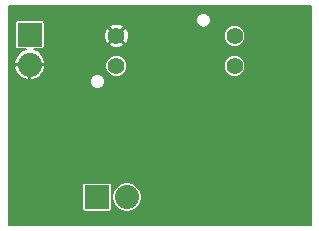
<source format=gbr>
G04 #@! TF.FileFunction,Copper,L2,Bot,Signal*
%FSLAX46Y46*%
G04 Gerber Fmt 4.6, Leading zero omitted, Abs format (unit mm)*
G04 Created by KiCad (PCBNEW 0.201506122246+5743~23~ubuntu14.10.1-product) date Sun 14 Jun 2015 08:35:05 PM EDT*
%MOMM*%
G01*
G04 APERTURE LIST*
%ADD10C,0.100000*%
%ADD11R,2.032000X2.032000*%
%ADD12O,2.032000X2.032000*%
%ADD13C,1.400000*%
%ADD14C,0.685800*%
%ADD15C,0.152400*%
G04 APERTURE END LIST*
D10*
D11*
X151942800Y-86258400D03*
D12*
X151942800Y-88798400D03*
D11*
X157632400Y-100025200D03*
D12*
X160172400Y-100025200D03*
D13*
X159274500Y-88900000D03*
X159274500Y-86360000D03*
X169274500Y-88900000D03*
X169274500Y-86360000D03*
D14*
X152806400Y-92049600D03*
X171602400Y-96672400D03*
X163931600Y-91541600D03*
D15*
G36*
X175743400Y-102337400D02*
X175743400Y-102337400D01*
X150138600Y-102337400D01*
X150138600Y-98776121D01*
X156616400Y-98776121D01*
X156529236Y-98793033D01*
X156452626Y-98843358D01*
X156401344Y-98919329D01*
X156383321Y-99009200D01*
X156383321Y-101041200D01*
X156400233Y-101128364D01*
X156450558Y-101204974D01*
X156526529Y-101256256D01*
X156616400Y-101274279D01*
X158648400Y-101274279D01*
X158735564Y-101257367D01*
X158812174Y-101207042D01*
X158863456Y-101131071D01*
X158881479Y-101041200D01*
X158881479Y-99009200D01*
X158864567Y-98922036D01*
X158814242Y-98845426D01*
X158738271Y-98794144D01*
X158648400Y-98776121D01*
X156616400Y-98776121D01*
X150138600Y-98776121D01*
X150138600Y-98756217D01*
X160172400Y-98756217D01*
X159696112Y-98850957D01*
X159292335Y-99120752D01*
X159022540Y-99524529D01*
X158927800Y-100000817D01*
X158927800Y-100049583D01*
X159022540Y-100525871D01*
X159292335Y-100929648D01*
X159696112Y-101199443D01*
X160172400Y-101294183D01*
X160648688Y-101199443D01*
X161052465Y-100929648D01*
X161322260Y-100525871D01*
X161417000Y-100049583D01*
X161417000Y-100000817D01*
X161322260Y-99524529D01*
X161052465Y-99120752D01*
X160648688Y-98850957D01*
X160172400Y-98756217D01*
X150138600Y-98756217D01*
X150138600Y-88849200D01*
X150680172Y-88849200D01*
X150622068Y-89059017D01*
X150622866Y-89063045D01*
X150824615Y-89548017D01*
X151196598Y-89918867D01*
X151682183Y-90119136D01*
X151892000Y-90061095D01*
X151892000Y-88849200D01*
X151993600Y-88849200D01*
X151993600Y-90061095D01*
X152203417Y-90119136D01*
X152689002Y-89918867D01*
X153007548Y-89601291D01*
X157550012Y-89601291D01*
X157318892Y-89696788D01*
X157141910Y-89873462D01*
X157046009Y-90104415D01*
X157045791Y-90354488D01*
X157141288Y-90585608D01*
X157317962Y-90762590D01*
X157548915Y-90858491D01*
X157798988Y-90858709D01*
X158030108Y-90763212D01*
X158207090Y-90586538D01*
X158302991Y-90355585D01*
X158303209Y-90105512D01*
X158207712Y-89874392D01*
X158031038Y-89697410D01*
X157800085Y-89601509D01*
X157550012Y-89601291D01*
X153007548Y-89601291D01*
X153060985Y-89548017D01*
X153262734Y-89063045D01*
X153263532Y-89059017D01*
X153205428Y-88849200D01*
X151993600Y-88849200D01*
X151892000Y-88849200D01*
X151892000Y-88849200D01*
X150680172Y-88849200D01*
X150138600Y-88849200D01*
X150138600Y-85009321D01*
X150926800Y-85009321D01*
X150839636Y-85026233D01*
X150763026Y-85076558D01*
X150711744Y-85152529D01*
X150693721Y-85242400D01*
X150693721Y-87274400D01*
X150710633Y-87361564D01*
X150760958Y-87438174D01*
X150836929Y-87489456D01*
X150926800Y-87507479D01*
X151609892Y-87507479D01*
X151196598Y-87677933D01*
X150824615Y-88048783D01*
X150622866Y-88533755D01*
X150622068Y-88537783D01*
X150680172Y-88747600D01*
X151892000Y-88747600D01*
X151892000Y-88727600D01*
X151993600Y-88727600D01*
X151993600Y-88747600D01*
X153205428Y-88747600D01*
X153263532Y-88537783D01*
X153262734Y-88533755D01*
X153060985Y-88048783D01*
X152983206Y-87971240D01*
X159090600Y-87971240D01*
X158749178Y-88112312D01*
X158487731Y-88373304D01*
X158346062Y-88714480D01*
X158345740Y-89083900D01*
X158486812Y-89425322D01*
X158747804Y-89686769D01*
X159088980Y-89828438D01*
X159458400Y-89828760D01*
X159799822Y-89687688D01*
X160061269Y-89426696D01*
X160202938Y-89085520D01*
X160203260Y-88716100D01*
X160062188Y-88374678D01*
X159801196Y-88113231D01*
X159460020Y-87971562D01*
X159090600Y-87971240D01*
X169090600Y-87971240D01*
X168749178Y-88112312D01*
X168487731Y-88373304D01*
X168346062Y-88714480D01*
X168345740Y-89083900D01*
X168486812Y-89425322D01*
X168747804Y-89686769D01*
X169088980Y-89828438D01*
X169458400Y-89828760D01*
X169799822Y-89687688D01*
X170061269Y-89426696D01*
X170202938Y-89085520D01*
X170203260Y-88716100D01*
X170062188Y-88374678D01*
X169801196Y-88113231D01*
X169460020Y-87971562D01*
X169090600Y-87971240D01*
X159090600Y-87971240D01*
X159090600Y-87971240D01*
X152983206Y-87971240D01*
X152689002Y-87677933D01*
X152275708Y-87507479D01*
X152958800Y-87507479D01*
X153045964Y-87490567D01*
X153122574Y-87440242D01*
X153173856Y-87364271D01*
X153191879Y-87274400D01*
X153191879Y-85712503D01*
X158555161Y-85712503D01*
X158395858Y-85784421D01*
X158242476Y-86164476D01*
X158246210Y-86574298D01*
X158395858Y-86935579D01*
X158555161Y-87007497D01*
X159130816Y-86431842D01*
X159274500Y-86431842D01*
X158627003Y-87079339D01*
X158698921Y-87238642D01*
X159078976Y-87392024D01*
X159488798Y-87388290D01*
X159850079Y-87238642D01*
X159921997Y-87079339D01*
X159274500Y-86431842D01*
X159130816Y-86431842D01*
X159202658Y-86360000D01*
X158555161Y-85712503D01*
X153191879Y-85712503D01*
X153191879Y-85327976D01*
X159470024Y-85327976D01*
X159060202Y-85331710D01*
X158698921Y-85481358D01*
X158627003Y-85640661D01*
X159274500Y-86288158D01*
X159850155Y-85712503D01*
X159993839Y-85712503D01*
X159346342Y-86360000D01*
X159993839Y-87007497D01*
X160153142Y-86935579D01*
X160306524Y-86555524D01*
X160302790Y-86145702D01*
X160153142Y-85784421D01*
X159993839Y-85712503D01*
X159850155Y-85712503D01*
X159921997Y-85640661D01*
X159850079Y-85481358D01*
X159470024Y-85327976D01*
X153191879Y-85327976D01*
X153191879Y-85242400D01*
X153174967Y-85155236D01*
X153124642Y-85078626D01*
X153048671Y-85027344D01*
X152958800Y-85009321D01*
X150926800Y-85009321D01*
X150138600Y-85009321D01*
X150138600Y-84401291D01*
X166500012Y-84401291D01*
X166268892Y-84496788D01*
X166091910Y-84673462D01*
X165996009Y-84904415D01*
X165995791Y-85154488D01*
X166091288Y-85385608D01*
X166267962Y-85562590D01*
X166498915Y-85658491D01*
X166748988Y-85658709D01*
X166980108Y-85563212D01*
X167112310Y-85431240D01*
X169090600Y-85431240D01*
X168749178Y-85572312D01*
X168487731Y-85833304D01*
X168346062Y-86174480D01*
X168345740Y-86543900D01*
X168486812Y-86885322D01*
X168747804Y-87146769D01*
X169088980Y-87288438D01*
X169458400Y-87288760D01*
X169799822Y-87147688D01*
X170061269Y-86886696D01*
X170202938Y-86545520D01*
X170203260Y-86176100D01*
X170062188Y-85834678D01*
X169801196Y-85573231D01*
X169460020Y-85431562D01*
X169090600Y-85431240D01*
X167112310Y-85431240D01*
X167157090Y-85386538D01*
X167252991Y-85155585D01*
X167253209Y-84905512D01*
X167157712Y-84674392D01*
X166981038Y-84497410D01*
X166750085Y-84401509D01*
X166500012Y-84401291D01*
X150138600Y-84401291D01*
X150138600Y-83844600D01*
X175743400Y-83844600D01*
X175743400Y-102337400D01*
X175743400Y-102337400D01*
G37*
X175743400Y-102337400D02*
X175743400Y-102337400D01*
X150138600Y-102337400D01*
X150138600Y-98776121D01*
X156616400Y-98776121D01*
X156529236Y-98793033D01*
X156452626Y-98843358D01*
X156401344Y-98919329D01*
X156383321Y-99009200D01*
X156383321Y-101041200D01*
X156400233Y-101128364D01*
X156450558Y-101204974D01*
X156526529Y-101256256D01*
X156616400Y-101274279D01*
X158648400Y-101274279D01*
X158735564Y-101257367D01*
X158812174Y-101207042D01*
X158863456Y-101131071D01*
X158881479Y-101041200D01*
X158881479Y-99009200D01*
X158864567Y-98922036D01*
X158814242Y-98845426D01*
X158738271Y-98794144D01*
X158648400Y-98776121D01*
X156616400Y-98776121D01*
X150138600Y-98776121D01*
X150138600Y-98756217D01*
X160172400Y-98756217D01*
X159696112Y-98850957D01*
X159292335Y-99120752D01*
X159022540Y-99524529D01*
X158927800Y-100000817D01*
X158927800Y-100049583D01*
X159022540Y-100525871D01*
X159292335Y-100929648D01*
X159696112Y-101199443D01*
X160172400Y-101294183D01*
X160648688Y-101199443D01*
X161052465Y-100929648D01*
X161322260Y-100525871D01*
X161417000Y-100049583D01*
X161417000Y-100000817D01*
X161322260Y-99524529D01*
X161052465Y-99120752D01*
X160648688Y-98850957D01*
X160172400Y-98756217D01*
X150138600Y-98756217D01*
X150138600Y-88849200D01*
X150680172Y-88849200D01*
X150622068Y-89059017D01*
X150622866Y-89063045D01*
X150824615Y-89548017D01*
X151196598Y-89918867D01*
X151682183Y-90119136D01*
X151892000Y-90061095D01*
X151892000Y-88849200D01*
X151993600Y-88849200D01*
X151993600Y-90061095D01*
X152203417Y-90119136D01*
X152689002Y-89918867D01*
X153007548Y-89601291D01*
X157550012Y-89601291D01*
X157318892Y-89696788D01*
X157141910Y-89873462D01*
X157046009Y-90104415D01*
X157045791Y-90354488D01*
X157141288Y-90585608D01*
X157317962Y-90762590D01*
X157548915Y-90858491D01*
X157798988Y-90858709D01*
X158030108Y-90763212D01*
X158207090Y-90586538D01*
X158302991Y-90355585D01*
X158303209Y-90105512D01*
X158207712Y-89874392D01*
X158031038Y-89697410D01*
X157800085Y-89601509D01*
X157550012Y-89601291D01*
X153007548Y-89601291D01*
X153060985Y-89548017D01*
X153262734Y-89063045D01*
X153263532Y-89059017D01*
X153205428Y-88849200D01*
X151993600Y-88849200D01*
X151892000Y-88849200D01*
X151892000Y-88849200D01*
X150680172Y-88849200D01*
X150138600Y-88849200D01*
X150138600Y-85009321D01*
X150926800Y-85009321D01*
X150839636Y-85026233D01*
X150763026Y-85076558D01*
X150711744Y-85152529D01*
X150693721Y-85242400D01*
X150693721Y-87274400D01*
X150710633Y-87361564D01*
X150760958Y-87438174D01*
X150836929Y-87489456D01*
X150926800Y-87507479D01*
X151609892Y-87507479D01*
X151196598Y-87677933D01*
X150824615Y-88048783D01*
X150622866Y-88533755D01*
X150622068Y-88537783D01*
X150680172Y-88747600D01*
X151892000Y-88747600D01*
X151892000Y-88727600D01*
X151993600Y-88727600D01*
X151993600Y-88747600D01*
X153205428Y-88747600D01*
X153263532Y-88537783D01*
X153262734Y-88533755D01*
X153060985Y-88048783D01*
X152983206Y-87971240D01*
X159090600Y-87971240D01*
X158749178Y-88112312D01*
X158487731Y-88373304D01*
X158346062Y-88714480D01*
X158345740Y-89083900D01*
X158486812Y-89425322D01*
X158747804Y-89686769D01*
X159088980Y-89828438D01*
X159458400Y-89828760D01*
X159799822Y-89687688D01*
X160061269Y-89426696D01*
X160202938Y-89085520D01*
X160203260Y-88716100D01*
X160062188Y-88374678D01*
X159801196Y-88113231D01*
X159460020Y-87971562D01*
X159090600Y-87971240D01*
X169090600Y-87971240D01*
X168749178Y-88112312D01*
X168487731Y-88373304D01*
X168346062Y-88714480D01*
X168345740Y-89083900D01*
X168486812Y-89425322D01*
X168747804Y-89686769D01*
X169088980Y-89828438D01*
X169458400Y-89828760D01*
X169799822Y-89687688D01*
X170061269Y-89426696D01*
X170202938Y-89085520D01*
X170203260Y-88716100D01*
X170062188Y-88374678D01*
X169801196Y-88113231D01*
X169460020Y-87971562D01*
X169090600Y-87971240D01*
X159090600Y-87971240D01*
X159090600Y-87971240D01*
X152983206Y-87971240D01*
X152689002Y-87677933D01*
X152275708Y-87507479D01*
X152958800Y-87507479D01*
X153045964Y-87490567D01*
X153122574Y-87440242D01*
X153173856Y-87364271D01*
X153191879Y-87274400D01*
X153191879Y-85712503D01*
X158555161Y-85712503D01*
X158395858Y-85784421D01*
X158242476Y-86164476D01*
X158246210Y-86574298D01*
X158395858Y-86935579D01*
X158555161Y-87007497D01*
X159130816Y-86431842D01*
X159274500Y-86431842D01*
X158627003Y-87079339D01*
X158698921Y-87238642D01*
X159078976Y-87392024D01*
X159488798Y-87388290D01*
X159850079Y-87238642D01*
X159921997Y-87079339D01*
X159274500Y-86431842D01*
X159130816Y-86431842D01*
X159202658Y-86360000D01*
X158555161Y-85712503D01*
X153191879Y-85712503D01*
X153191879Y-85327976D01*
X159470024Y-85327976D01*
X159060202Y-85331710D01*
X158698921Y-85481358D01*
X158627003Y-85640661D01*
X159274500Y-86288158D01*
X159850155Y-85712503D01*
X159993839Y-85712503D01*
X159346342Y-86360000D01*
X159993839Y-87007497D01*
X160153142Y-86935579D01*
X160306524Y-86555524D01*
X160302790Y-86145702D01*
X160153142Y-85784421D01*
X159993839Y-85712503D01*
X159850155Y-85712503D01*
X159921997Y-85640661D01*
X159850079Y-85481358D01*
X159470024Y-85327976D01*
X153191879Y-85327976D01*
X153191879Y-85242400D01*
X153174967Y-85155236D01*
X153124642Y-85078626D01*
X153048671Y-85027344D01*
X152958800Y-85009321D01*
X150926800Y-85009321D01*
X150138600Y-85009321D01*
X150138600Y-84401291D01*
X166500012Y-84401291D01*
X166268892Y-84496788D01*
X166091910Y-84673462D01*
X165996009Y-84904415D01*
X165995791Y-85154488D01*
X166091288Y-85385608D01*
X166267962Y-85562590D01*
X166498915Y-85658491D01*
X166748988Y-85658709D01*
X166980108Y-85563212D01*
X167112310Y-85431240D01*
X169090600Y-85431240D01*
X168749178Y-85572312D01*
X168487731Y-85833304D01*
X168346062Y-86174480D01*
X168345740Y-86543900D01*
X168486812Y-86885322D01*
X168747804Y-87146769D01*
X169088980Y-87288438D01*
X169458400Y-87288760D01*
X169799822Y-87147688D01*
X170061269Y-86886696D01*
X170202938Y-86545520D01*
X170203260Y-86176100D01*
X170062188Y-85834678D01*
X169801196Y-85573231D01*
X169460020Y-85431562D01*
X169090600Y-85431240D01*
X167112310Y-85431240D01*
X167157090Y-85386538D01*
X167252991Y-85155585D01*
X167253209Y-84905512D01*
X167157712Y-84674392D01*
X166981038Y-84497410D01*
X166750085Y-84401509D01*
X166500012Y-84401291D01*
X150138600Y-84401291D01*
X150138600Y-83844600D01*
X175743400Y-83844600D01*
X175743400Y-102337400D01*
M02*

</source>
